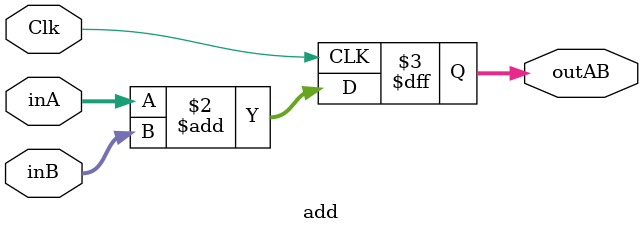
<source format=v>
`timescale 1ns / 1ps


module add(Clk, inA, inB, outAB);
//declare input and output
    input Clk;
    input signed [128:0] inA;
    input signed [128:0] inB;
    output signed [256:0] outAB;
//declare the sine ROM - 30 registers each 8 bit wide.  

    wire Clk;
    wire signed [128:0] inA;
    wire signed [128:0] inB;
    reg signed [256:0] outAB;
//Initialize the sine rom with samples. 

    //At every positive edge of the clock, output a sine wave sample.
    always@ (posedge(Clk))
    begin
        outAB = inA + inB;
    end

endmodule

</source>
